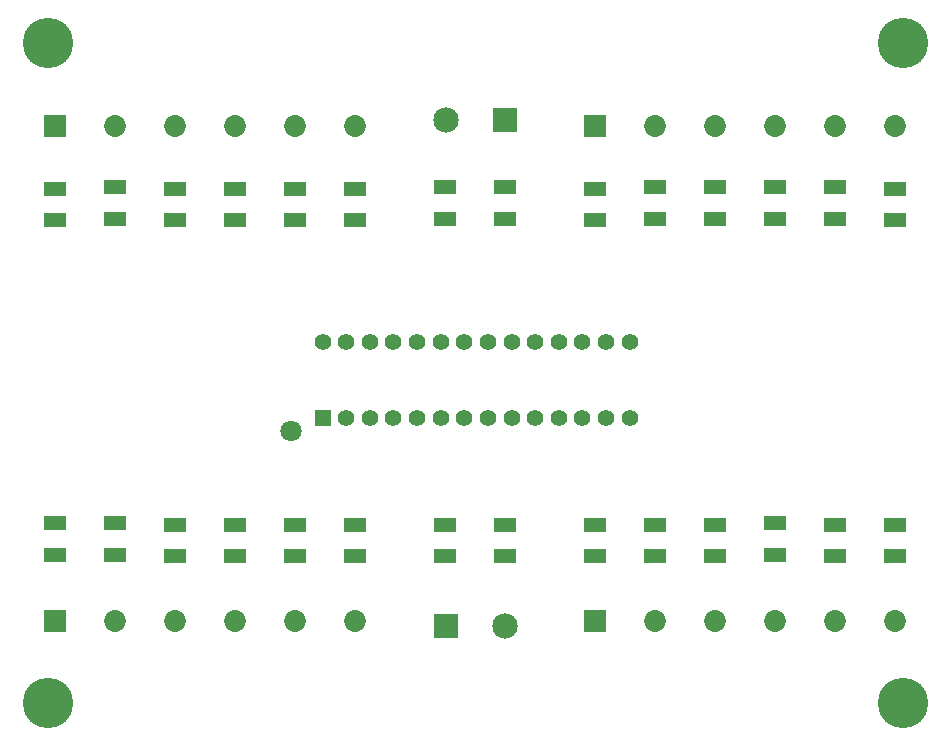
<source format=gts>
%FSTAX23Y23*%
%MOIN*%
%SFA1B1*%

%IPPOS*%
%ADD14R,0.072080X0.046880*%
%ADD15R,0.072960X0.072960*%
%ADD16C,0.072960*%
%ADD17C,0.084770*%
%ADD18R,0.084770X0.084770*%
%ADD19C,0.168000*%
%ADD20C,0.070990*%
%ADD21R,0.055240X0.055240*%
%ADD22C,0.055240*%
%LNtherms-1*%
%LPD*%
G54D14*
X01165Y00735D03*
Y0063D03*
X01965Y00735D03*
Y0063D03*
X02165Y00735D03*
Y0063D03*
X02365Y00735D03*
Y0063D03*
X02565Y00739D03*
Y00635D03*
X02765Y00735D03*
Y0063D03*
X02965Y00735D03*
Y0063D03*
X01465Y00735D03*
Y0063D03*
X01663Y00735D03*
Y0063D03*
X00165Y00739D03*
Y00635D03*
X00365Y00739D03*
Y00635D03*
X00565Y00735D03*
Y0063D03*
X00765Y00735D03*
Y0063D03*
X00965Y00735D03*
Y0063D03*
X02965Y01855D03*
Y0175D03*
X02765Y01859D03*
Y01755D03*
X02565Y01859D03*
Y01755D03*
X02365Y01859D03*
Y01755D03*
X02165Y01859D03*
Y01755D03*
X01965Y01855D03*
Y0175D03*
X01465Y01859D03*
Y01755D03*
X01665Y01859D03*
Y01755D03*
X01165Y01855D03*
Y0175D03*
X00965Y01855D03*
Y0175D03*
X00765Y01855D03*
Y0175D03*
X00565Y01855D03*
Y0175D03*
X00365Y01859D03*
Y01755D03*
X00165Y01855D03*
Y0175D03*
G54D15*
X01965Y00415D03*
X00165D03*
X01965Y02065D03*
X00165D03*
G54D16*
X02165Y00415D03*
X02365D03*
X02565D03*
X02765D03*
X02965D03*
X00365D03*
X00565D03*
X00765D03*
X00965D03*
X01165D03*
X02165Y02065D03*
X02365D03*
X02565D03*
X02765D03*
X02965D03*
X00365D03*
X00565D03*
X00765D03*
X00965D03*
X01165D03*
G54D17*
X01663Y00397D03*
X01466Y02082D03*
G54D18*
X01466Y00397D03*
X01663Y02082D03*
G54D19*
X0014Y0234D03*
X0299D03*
Y0014D03*
X0014D03*
G54D20*
X00952Y01046D03*
G54D21*
X01056Y0109D03*
G54D22*
X01135Y0109D03*
X01213D03*
X01292D03*
X01371D03*
X0145D03*
X01528D03*
X01607D03*
X01686D03*
X01765D03*
X01843D03*
X01922D03*
X02001D03*
X02079D03*
X01056Y01345D03*
X01135D03*
X01213D03*
X01292D03*
X01371D03*
X0145D03*
X01528D03*
X01607D03*
X01686D03*
X01765D03*
X01843D03*
X01922D03*
X02001D03*
X02079D03*
M02*
</source>
